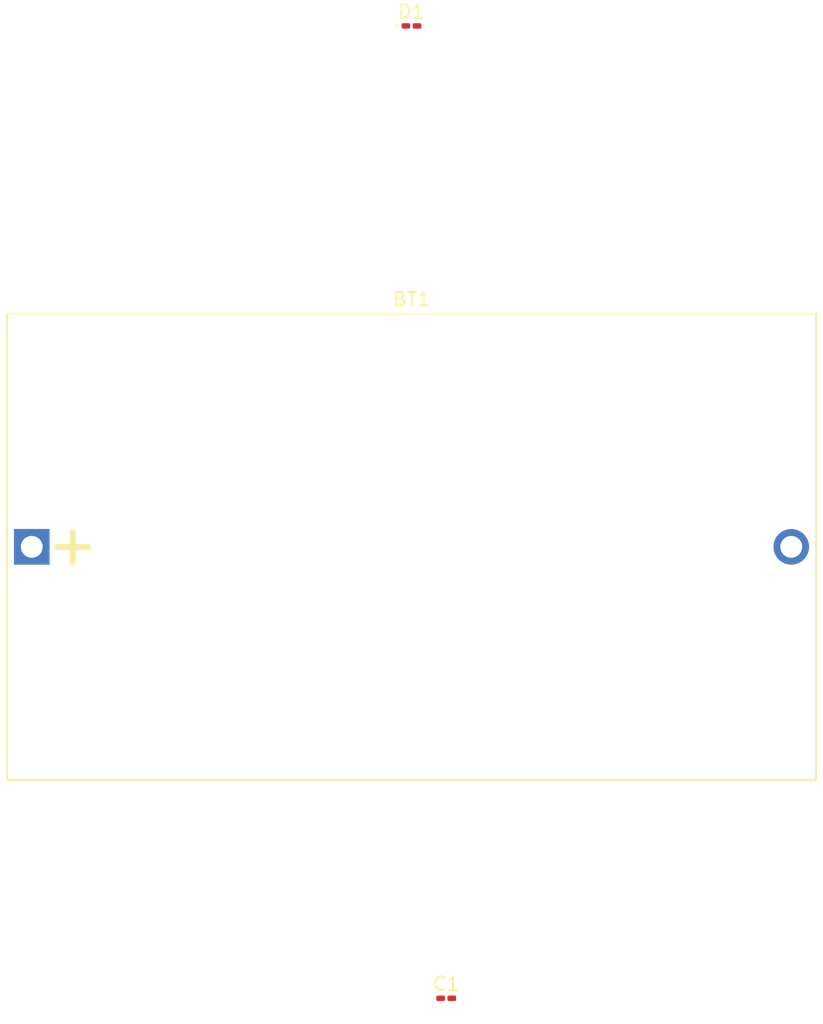
<source format=kicad_pcb>
(kicad_pcb (version 20211014) (generator pcbnew)
  (layers (0 "F.Cu" signal) (31 "B.Cu" signal) (34 "B.Paste" user) (35 "F.Paste" user) (36 "B.SilkS" user "B.Silkscreen") (37 "F.SilkS" user "F.Silkscreen") (38 "B.Mask" user) (39 "F.Mask" user) (44 "Edge.Cuts" user))
  (net 0 "")
  (net 1 "/5V")
  (net 2 "/GND")
  (footprint "Battery:BatteryHolder_Bulgin_BX0036_1xC" (layer "F.Cu") (at 210.96 68.58)
    (fp_text reference "BT1" (at 27.8 -18.1) (layer "F.SilkS"))
    (fp_text value "Battery")
    (fp_text user "+" (at 3 -0.2) (layer "F.SilkS") (effects (font (size 3 3) (thickness 0.45))))
    (fp_line (start -1.81 -17.06) (end -1.81 17.06) (layer "F.SilkS") (width 0.12))
    (fp_line (start 57.41 -17.06) (end 57.41 17.06) (layer "F.SilkS") (width 0.12))
    (fp_line (start -1.81 17.06) (end 57.41 17.06) (layer "F.SilkS") (width 0.12))
    (fp_line (start -1.81 -17.06) (end 57.41 -17.06) (layer "F.SilkS") (width 0.12))
    (pad "" np_thru_hole circle (at 11.9 0) (size 3.8 3.8) (drill 3.8) (layers *.Cu *.Mask))
    (pad "" np_thru_hole circle (at 43.7 0) (size 3.8 3.8) (drill 3.8) (layers *.Cu *.Mask))
    (pad "1" thru_hole rect (at 0 0) (size 2.6 2.6) (drill 1.6) (layers *.Cu *.Mask) (net 1 "/5V"))
    (pad "2" thru_hole circle (at 55.6 0) (size 2.6 2.6) (drill 1.6) (layers *.Cu *.Mask) (net 2 "/GND"))
  )
  (footprint "Capacitor_SMD:C_0201_0603Metric_Pad0.64x0.40mm_HandSolder" (layer "F.Cu") (at 241.3 101.6)
    (fp_text reference "C1" (at 0 -1.05) (layer "F.SilkS"))
    (fp_text value "C")
    (pad "1" smd roundrect (at -0.4075 0) (size 0.635 0.4) (layers "F.Cu" "F.Mask") (net 1 "/5V"))
    (pad "2" smd roundrect (at 0.4075 0) (size 0.635 0.4) (layers "F.Cu" "F.Mask") (net 2 "/GND"))
  )
  (footprint "LED_SMD:LED_0201_0603Metric_Pad0.64x0.40mm_HandSolder" (layer "F.Cu") (at 238.76 30.48)
    (fp_text reference "D1" (at 0 -1.05) (layer "F.SilkS"))
    (fp_text value "LED")
    (fp_circle (center -1.035 0) (end -0.985 0) (layer "F.SilkS") (width 0.1) (fill none))
    (pad "1" smd roundrect (at -0.4075 0) (size 0.635 0.4) (layers "F.Cu" "F.Mask") (net 2 "/GND"))
    (pad "2" smd roundrect (at 0.4075 0) (size 0.635 0.4) (layers "F.Cu" "F.Mask") (net 1 "/5V"))
  )
)
</source>
